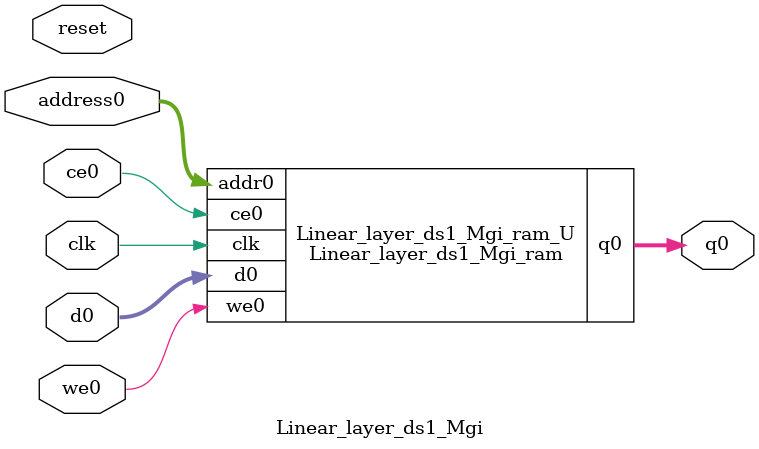
<source format=v>
`timescale 1 ns / 1 ps
module Linear_layer_ds1_Mgi_ram (addr0, ce0, d0, we0, q0,  clk);

parameter DWIDTH = 32;
parameter AWIDTH = 16;
parameter MEM_SIZE = 36864;

input[AWIDTH-1:0] addr0;
input ce0;
input[DWIDTH-1:0] d0;
input we0;
output reg[DWIDTH-1:0] q0;
input clk;

(* ram_style = "block" *)reg [DWIDTH-1:0] ram[0:MEM_SIZE-1];




always @(posedge clk)  
begin 
    if (ce0) begin
        if (we0) 
            ram[addr0] <= d0; 
        q0 <= ram[addr0];
    end
end


endmodule

`timescale 1 ns / 1 ps
module Linear_layer_ds1_Mgi(
    reset,
    clk,
    address0,
    ce0,
    we0,
    d0,
    q0);

parameter DataWidth = 32'd32;
parameter AddressRange = 32'd36864;
parameter AddressWidth = 32'd16;
input reset;
input clk;
input[AddressWidth - 1:0] address0;
input ce0;
input we0;
input[DataWidth - 1:0] d0;
output[DataWidth - 1:0] q0;



Linear_layer_ds1_Mgi_ram Linear_layer_ds1_Mgi_ram_U(
    .clk( clk ),
    .addr0( address0 ),
    .ce0( ce0 ),
    .we0( we0 ),
    .d0( d0 ),
    .q0( q0 ));

endmodule


</source>
